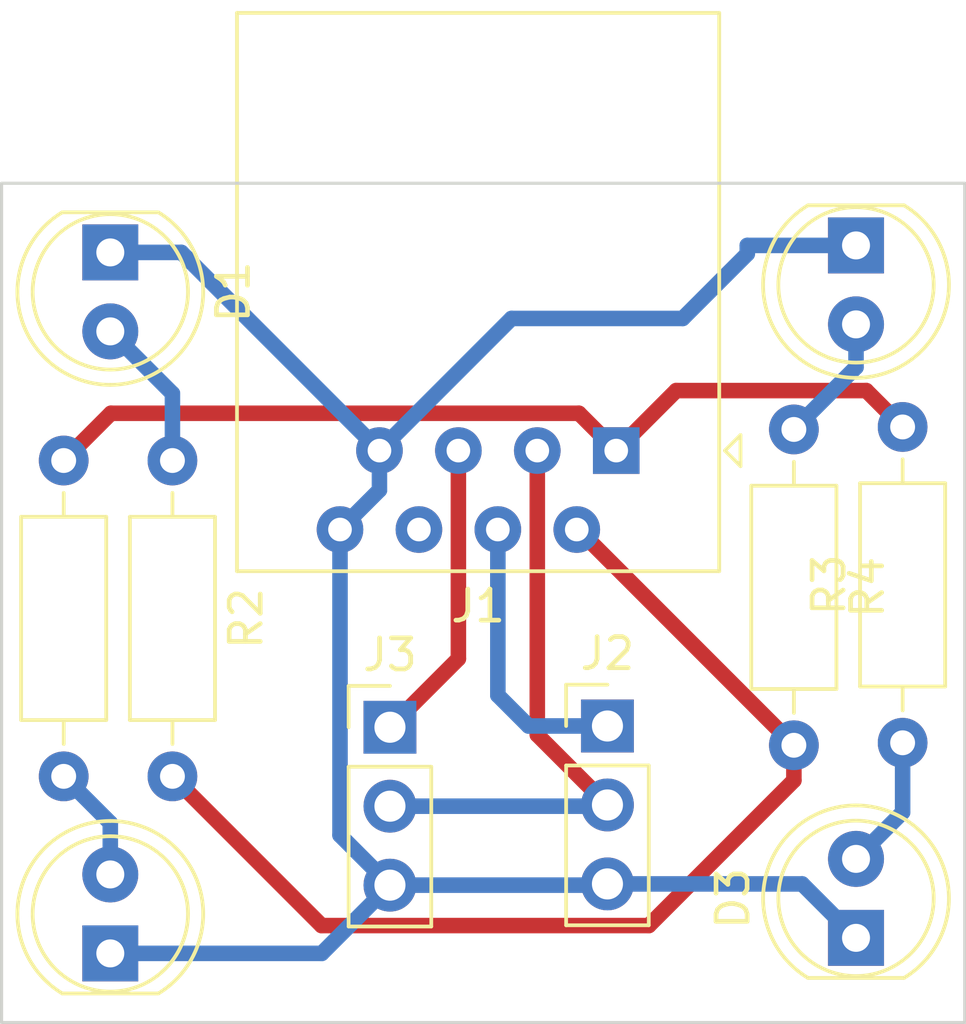
<source format=kicad_pcb>
(kicad_pcb (version 20221018) (generator pcbnew)
  (layers (0 "F.Cu" signal) (31 "B.Cu" signal) (34 "B.Paste" user) (35 "F.Paste" user) (36 "B.SilkS" user "B.Silkscreen") (37 "F.SilkS" user "F.Silkscreen") (38 "B.Mask" user) (39 "F.Mask" user) (44 "Edge.Cuts" user))
  (net 0 "")
  (net 1 "Net-(D1-K)")
  (net 2 "Net-(D1-A)")
  (net 3 "Net-(D2-A)")
  (net 4 "Net-(J1-Pad1)")
  (net 5 "Net-(J1-Pad2)")
  (net 6 "Net-(J2-Pin_2)")
  (net 7 "Net-(J2-Pin_1)")
  (net 8 "Net-(J3-Pin_1)")
  (net 10 "Net-(D3-A)")
  (net 11 "Net-(D4-A)")
  (footprint "LED_THT:LED_D5.0mm" (layer "F.Cu") (at 129 94.775 90)
    (fp_text reference "D2" hide)
    (fp_text value "LED")
    (fp_line (start -1.29 -1.545) (end -1.29 1.545) (stroke (width 0.12)) (layer "F.SilkS"))
    (fp_arc (start -1.29 -1.54483) (mid 2.072002 -2.880433) (end 4.26 0.000462) (stroke (width 0.12)) (layer "F.SilkS"))
    (fp_arc (start 4.26 -0.000462) (mid 2.072002 2.880433) (end -1.29 1.54483) (stroke (width 0.12)) (layer "F.SilkS"))
    (fp_circle (center 1.27 0) (end 3.77 0) (stroke (width 0.12)) (fill none) (layer "F.SilkS"))
    (pad "1" thru_hole rect (at 0 0 90) (size 1.8 1.8) (drill 0.9) (layers "*.Cu" "*.Mask") (net 1 "Net-(D1-K)"))
    (pad "2" thru_hole circle (at 2.54 0 90) (size 1.8 1.8) (drill 0.9) (layers "*.Cu" "*.Mask") (net 3 "Net-(D2-A)"))
  )
  (footprint "LED_THT:LED_D5.0mm" (layer "F.Cu") (at 129 72.225 -90)
    (fp_text reference "D1" (at 1.27 -3.96 90) (layer "F.SilkS"))
    (fp_text value "LED" hide)
    (fp_line (start -1.29 -1.545) (end -1.29 1.545) (stroke (width 0.12)) (layer "F.SilkS"))
    (fp_arc (start -1.29 -1.54483) (mid 2.072002 -2.880433) (end 4.26 0.000462) (stroke (width 0.12)) (layer "F.SilkS"))
    (fp_arc (start 4.26 -0.000462) (mid 2.072002 2.880433) (end -1.29 1.54483) (stroke (width 0.12)) (layer "F.SilkS"))
    (fp_circle (center 1.27 0) (end 3.77 0) (stroke (width 0.12)) (fill none) (layer "F.SilkS"))
    (pad "1" thru_hole rect (at 0 0 270) (size 1.8 1.8) (drill 0.9) (layers "*.Cu" "*.Mask") (net 1 "Net-(D1-K)"))
    (pad "2" thru_hole circle (at 2.54 0 270) (size 1.8 1.8) (drill 0.9) (layers "*.Cu" "*.Mask") (net 2 "Net-(D1-A)"))
  )
  (footprint "LED_THT:LED_D5.0mm" (layer "F.Cu") (at 153 72 -90)
    (fp_text reference "D4" hide)
    (fp_text value "LED")
    (fp_line (start -1.29 -1.545) (end -1.29 1.545) (stroke (width 0.12)) (layer "F.SilkS"))
    (fp_arc (start -1.29 -1.54483) (mid 2.072002 -2.880433) (end 4.26 0.000462) (stroke (width 0.12)) (layer "F.SilkS"))
    (fp_arc (start 4.26 -0.000462) (mid 2.072002 2.880433) (end -1.29 1.54483) (stroke (width 0.12)) (layer "F.SilkS"))
    (fp_circle (center 1.27 0) (end 3.77 0) (stroke (width 0.12)) (fill none) (layer "F.SilkS"))
    (pad "1" thru_hole rect (at 0 0 270) (size 1.8 1.8) (drill 0.9) (layers "*.Cu" "*.Mask") (net 1 "Net-(D1-K)"))
    (pad "2" thru_hole circle (at 2.54 0 270) (size 1.8 1.8) (drill 0.9) (layers "*.Cu" "*.Mask") (net 11 "Net-(D4-A)"))
  )
  (footprint "Connector_RJ:RJ45_Amphenol_54602-x08_Horizontal" (layer "F.Cu") (at 145.2825 78.6 180)
    (fp_text reference "J1" (at 4.445 -5) (layer "F.SilkS"))
    (fp_text value "RJ45")
    (fp_line (start -4 -0.5) (end -4 0.5) (stroke (width 0.12)) (layer "F.SilkS"))
    (fp_line (start -4 0.5) (end -3.5 0) (stroke (width 0.12)) (layer "F.SilkS"))
    (fp_line (start -3.5 0) (end -4 -0.5) (stroke (width 0.12)) (layer "F.SilkS"))
    (fp_line (start -3.315 -3.88) (end -3.315 14.08) (stroke (width 0.12)) (layer "F.SilkS"))
    (fp_line (start -3.315 14.08) (end 12.205 14.08) (stroke (width 0.12)) (layer "F.SilkS"))
    (fp_line (start 12.205 -3.88) (end -3.315 -3.88) (stroke (width 0.12)) (layer "F.SilkS"))
    (fp_line (start 12.205 -3.88) (end 12.205 14.08) (stroke (width 0.12)) (layer "F.SilkS"))
    (pad "" np_thru_hole circle (at -1.27 6.35 180) (size 3.2 3.2) (drill 3.2) (layers "*.Cu" "*.Mask"))
    (pad "" np_thru_hole circle (at 10.16 6.35 180) (size 3.2 3.2) (drill 3.2) (layers "*.Cu" "*.Mask"))
    (pad "1" thru_hole rect (at 0 0 180) (size 1.5 1.5) (drill 0.76) (layers "*.Cu" "*.Mask") (net 4 "Net-(J1-Pad1)"))
    (pad "2" thru_hole circle (at 1.27 -2.54 180) (size 1.5 1.5) (drill 0.76) (layers "*.Cu" "*.Mask") (net 5 "Net-(J1-Pad2)"))
    (pad "3" thru_hole circle (at 2.54 0 180) (size 1.5 1.5) (drill 0.76) (layers "*.Cu" "*.Mask") (net 6 "Net-(J2-Pin_2)"))
    (pad "4" thru_hole circle (at 3.81 -2.54 180) (size 1.5 1.5) (drill 0.76) (layers "*.Cu" "*.Mask") (net 7 "Net-(J2-Pin_1)"))
    (pad "5" thru_hole circle (at 5.08 0 180) (size 1.5 1.5) (drill 0.76) (layers "*.Cu" "*.Mask") (net 8 "Net-(J3-Pin_1)"))
    (pad "6" thru_hole circle (at 6.35 -2.54 180) (size 1.5 1.5) (drill 0.76) (layers "*.Cu" "*.Mask"))
    (pad "7" thru_hole circle (at 7.62 0 180) (size 1.5 1.5) (drill 0.76) (layers "*.Cu" "*.Mask") (net 1 "Net-(D1-K)"))
    (pad "8" thru_hole circle (at 8.89 -2.54 180) (size 1.5 1.5) (drill 0.76) (layers "*.Cu" "*.Mask") (net 1 "Net-(D1-K)"))
  )
  (footprint "Resistor_THT:R_Axial_DIN0207_L6.3mm_D2.5mm_P10.16mm_Horizontal" (layer "F.Cu") (at 127.5 89.08 90)
    (fp_text reference "R1" hide)
    (fp_text value "100")
    (fp_line (start 1.04 0) (end 1.81 0) (stroke (width 0.12)) (layer "F.SilkS"))
    (fp_line (start 1.81 -1.37) (end 1.81 1.37) (stroke (width 0.12)) (layer "F.SilkS"))
    (fp_line (start 1.81 1.37) (end 8.35 1.37) (stroke (width 0.12)) (layer "F.SilkS"))
    (fp_line (start 8.35 -1.37) (end 1.81 -1.37) (stroke (width 0.12)) (layer "F.SilkS"))
    (fp_line (start 8.35 1.37) (end 8.35 -1.37) (stroke (width 0.12)) (layer "F.SilkS"))
    (fp_line (start 9.12 0) (end 8.35 0) (stroke (width 0.12)) (layer "F.SilkS"))
    (pad "1" thru_hole circle (at 0 0 90) (size 1.6 1.6) (drill 0.8) (layers "*.Cu" "*.Mask") (net 3 "Net-(D2-A)"))
    (pad "2" thru_hole oval (at 10.16 0 90) (size 1.6 1.6) (drill 0.8) (layers "*.Cu" "*.Mask") (net 4 "Net-(J1-Pad1)"))
  )
  (footprint "Connector_PinHeader_2.54mm:PinHeader_1x03_P2.54mm_Vertical" (layer "F.Cu") (at 145 87.46)
    (fp_text reference "J2" (at 0 -2.33) (layer "F.SilkS"))
    (fp_text value "Conn_01x03_Pin")
    (fp_line (start -1.33 -1.33) (end 0 -1.33) (stroke (width 0.12)) (layer "F.SilkS"))
    (fp_line (start -1.33 0) (end -1.33 -1.33) (stroke (width 0.12)) (layer "F.SilkS"))
    (fp_line (start -1.33 1.27) (end -1.33 6.41) (stroke (width 0.12)) (layer "F.SilkS"))
    (fp_line (start -1.33 1.27) (end 1.33 1.27) (stroke (width 0.12)) (layer "F.SilkS"))
    (fp_line (start -1.33 6.41) (end 1.33 6.41) (stroke (width 0.12)) (layer "F.SilkS"))
    (fp_line (start 1.33 1.27) (end 1.33 6.41) (stroke (width 0.12)) (layer "F.SilkS"))
    (pad "1" thru_hole rect (at 0 0) (size 1.7 1.7) (drill 1) (layers "*.Cu" "*.Mask") (net 7 "Net-(J2-Pin_1)"))
    (pad "2" thru_hole oval (at 0 2.54) (size 1.7 1.7) (drill 1) (layers "*.Cu" "*.Mask") (net 6 "Net-(J2-Pin_2)"))
    (pad "3" thru_hole oval (at 0 5.08) (size 1.7 1.7) (drill 1) (layers "*.Cu" "*.Mask") (net 1 "Net-(D1-K)"))
  )
  (footprint "Connector_PinHeader_2.54mm:PinHeader_1x03_P2.54mm_Vertical" (layer "F.Cu") (at 138 87.5)
    (fp_text reference "J3" (at 0 -2.33) (layer "F.SilkS"))
    (fp_text value "Conn_01x03_Pin")
    (fp_line (start -1.33 -1.33) (end 0 -1.33) (stroke (width 0.12)) (layer "F.SilkS"))
    (fp_line (start -1.33 0) (end -1.33 -1.33) (stroke (width 0.12)) (layer "F.SilkS"))
    (fp_line (start -1.33 1.27) (end -1.33 6.41) (stroke (width 0.12)) (layer "F.SilkS"))
    (fp_line (start -1.33 1.27) (end 1.33 1.27) (stroke (width 0.12)) (layer "F.SilkS"))
    (fp_line (start -1.33 6.41) (end 1.33 6.41) (stroke (width 0.12)) (layer "F.SilkS"))
    (fp_line (start 1.33 1.27) (end 1.33 6.41) (stroke (width 0.12)) (layer "F.SilkS"))
    (pad "1" thru_hole rect (at 0 0) (size 1.7 1.7) (drill 1) (layers "*.Cu" "*.Mask") (net 8 "Net-(J3-Pin_1)"))
    (pad "2" thru_hole oval (at 0 2.54) (size 1.7 1.7) (drill 1) (layers "*.Cu" "*.Mask") (net 6 "Net-(J2-Pin_2)"))
    (pad "3" thru_hole oval (at 0 5.08) (size 1.7 1.7) (drill 1) (layers "*.Cu" "*.Mask") (net 1 "Net-(D1-K)"))
  )
  (footprint "Resistor_THT:R_Axial_DIN0207_L6.3mm_D2.5mm_P10.16mm_Horizontal" (layer "F.Cu") (at 154.5 88 90)
    (fp_text reference "R3" (at 5.08 -2.37 90) (layer "F.SilkS"))
    (fp_text value "100" hide)
    (fp_line (start 1.04 0) (end 1.81 0) (stroke (width 0.12)) (layer "F.SilkS"))
    (fp_line (start 1.81 -1.37) (end 1.81 1.37) (stroke (width 0.12)) (layer "F.SilkS"))
    (fp_line (start 1.81 1.37) (end 8.35 1.37) (stroke (width 0.12)) (layer "F.SilkS"))
    (fp_line (start 8.35 -1.37) (end 1.81 -1.37) (stroke (width 0.12)) (layer "F.SilkS"))
    (fp_line (start 8.35 1.37) (end 8.35 -1.37) (stroke (width 0.12)) (layer "F.SilkS"))
    (fp_line (start 9.12 0) (end 8.35 0) (stroke (width 0.12)) (layer "F.SilkS"))
    (pad "1" thru_hole circle (at 0 0 90) (size 1.6 1.6) (drill 0.8) (layers "*.Cu" "*.Mask") (net 10 "Net-(D3-A)"))
    (pad "2" thru_hole oval (at 10.16 0 90) (size 1.6 1.6) (drill 0.8) (layers "*.Cu" "*.Mask") (net 4 "Net-(J1-Pad1)"))
  )
  (footprint "Resistor_THT:R_Axial_DIN0207_L6.3mm_D2.5mm_P10.16mm_Horizontal" (layer "F.Cu") (at 151 77.92 -90)
    (fp_text reference "R4" (at 5.08 -2.37 90) (layer "F.SilkS"))
    (fp_text value "100")
    (fp_line (start 1.04 0) (end 1.81 0) (stroke (width 0.12)) (layer "F.SilkS"))
    (fp_line (start 1.81 -1.37) (end 1.81 1.37) (stroke (width 0.12)) (layer "F.SilkS"))
    (fp_line (start 1.81 1.37) (end 8.35 1.37) (stroke (width 0.12)) (layer "F.SilkS"))
    (fp_line (start 8.35 -1.37) (end 1.81 -1.37) (stroke (width 0.12)) (layer "F.SilkS"))
    (fp_line (start 8.35 1.37) (end 8.35 -1.37) (stroke (width 0.12)) (layer "F.SilkS"))
    (fp_line (start 9.12 0) (end 8.35 0) (stroke (width 0.12)) (layer "F.SilkS"))
    (pad "1" thru_hole circle (at 0 0 270) (size 1.6 1.6) (drill 0.8) (layers "*.Cu" "*.Mask") (net 11 "Net-(D4-A)"))
    (pad "2" thru_hole oval (at 10.16 0 270) (size 1.6 1.6) (drill 0.8) (layers "*.Cu" "*.Mask") (net 5 "Net-(J1-Pad2)"))
  )
  (footprint "Resistor_THT:R_Axial_DIN0207_L6.3mm_D2.5mm_P10.16mm_Horizontal" (layer "F.Cu") (at 131 78.92 -90)
    (fp_text reference "R2" (at 5.08 -2.37 90) (layer "F.SilkS"))
    (fp_text value "100")
    (fp_line (start 1.04 0) (end 1.81 0) (stroke (width 0.12)) (layer "F.SilkS"))
    (fp_line (start 1.81 -1.37) (end 1.81 1.37) (stroke (width 0.12)) (layer "F.SilkS"))
    (fp_line (start 1.81 1.37) (end 8.35 1.37) (stroke (width 0.12)) (layer "F.SilkS"))
    (fp_line (start 8.35 -1.37) (end 1.81 -1.37) (stroke (width 0.12)) (layer "F.SilkS"))
    (fp_line (start 8.35 1.37) (end 8.35 -1.37) (stroke (width 0.12)) (layer "F.SilkS"))
    (fp_line (start 9.12 0) (end 8.35 0) (stroke (width 0.12)) (layer "F.SilkS"))
    (pad "1" thru_hole circle (at 0 0 270) (size 1.6 1.6) (drill 0.8) (layers "*.Cu" "*.Mask") (net 2 "Net-(D1-A)"))
    (pad "2" thru_hole oval (at 10.16 0 270) (size 1.6 1.6) (drill 0.8) (layers "*.Cu" "*.Mask") (net 5 "Net-(J1-Pad2)"))
  )
  (footprint "LED_THT:LED_D5.0mm" (layer "F.Cu") (at 153 94.275 90)
    (fp_text reference "D3" (at 1.27 -3.96 90) (layer "F.SilkS"))
    (fp_text value "LED" hide)
    (fp_line (start -1.29 -1.545) (end -1.29 1.545) (stroke (width 0.12)) (layer "F.SilkS"))
    (fp_arc (start -1.29 -1.54483) (mid 2.072002 -2.880433) (end 4.26 0.000462) (stroke (width 0.12)) (layer "F.SilkS"))
    (fp_arc (start 4.26 -0.000462) (mid 2.072002 2.880433) (end -1.29 1.54483) (stroke (width 0.12)) (layer "F.SilkS"))
    (fp_circle (center 1.27 0) (end 3.77 0) (stroke (width 0.12)) (fill none) (layer "F.SilkS"))
    (pad "1" thru_hole rect (at 0 0 90) (size 1.8 1.8) (drill 0.9) (layers "*.Cu" "*.Mask") (net 1 "Net-(D1-K)"))
    (pad "2" thru_hole circle (at 2.54 0 90) (size 1.8 1.8) (drill 0.9) (layers "*.Cu" "*.Mask") (net 10 "Net-(D3-A)"))
  )
  (gr_rect (start 125.5 70) (end 156.5 97) (stroke (width 0.1)) (fill none) (layer "Edge.Cuts"))
  (segment (start 145 92.54) (end 151.265 92.54) (width 0.5) (layer "B.Cu") (net 1))
  (segment (start 138 92.58) (end 144.96 92.58) (width 0.5) (layer "B.Cu") (net 1))
  (segment (start 141.9125 74.35) (end 147.422348 74.35) (width 0.5) (layer "B.Cu") (net 1))
  (segment (start 129 94.775) (end 135.805 94.775) (width 0.5) (layer "B.Cu") (net 1))
  (segment (start 144.96 92.58) (end 145 92.54) (width 0.5) (layer "B.Cu") (net 1))
  (segment (start 137.6625 78.6) (end 137.6625 79.87) (width 0.5) (layer "B.Cu") (net 1))
  (segment (start 137.6625 79.87) (end 136.3925 81.14) (width 0.5) (layer "B.Cu") (net 1))
  (segment (start 136.3925 90.9725) (end 138 92.58) (width 0.5) (layer "B.Cu") (net 1))
  (segment (start 136.3925 81.14) (end 136.3925 90.9725) (width 0.5) (layer "B.Cu") (net 1))
  (segment (start 129 72.225) (end 131.2875 72.225) (width 0.5) (layer "B.Cu") (net 1))
  (segment (start 149.5 72.272348) (end 149.5 72) (width 0.5) (layer "B.Cu") (net 1))
  (segment (start 151.265 92.54) (end 153 94.275) (width 0.5) (layer "B.Cu") (net 1))
  (segment (start 137.6625 78.6) (end 141.9125 74.35) (width 0.5) (layer "B.Cu") (net 1))
  (segment (start 149.5 72) (end 153 72) (width 0.5) (layer "B.Cu") (net 1))
  (segment (start 131.2875 72.225) (end 137.6625 78.6) (width 0.5) (layer "B.Cu") (net 1))
  (segment (start 135.805 94.775) (end 138 92.58) (width 0.5) (layer "B.Cu") (net 1))
  (segment (start 147.422348 74.35) (end 149.5 72.272348) (width 0.5) (layer "B.Cu") (net 1))
  (segment (start 131 78.92) (end 131 76.765) (width 0.5) (layer "B.Cu") (net 2))
  (segment (start 131 76.765) (end 129 74.765) (width 0.5) (layer "B.Cu") (net 2))
  (segment (start 129 90.58) (end 127.5 89.08) (width 0.5) (layer "B.Cu") (net 3))
  (segment (start 129 92.235) (end 129 90.58) (width 0.5) (layer "B.Cu") (net 3))
  (segment (start 144.0825 77.4) (end 145.2825 78.6) (width 0.5) (layer "F.Cu") (net 4))
  (segment (start 129.02 77.4) (end 144.0825 77.4) (width 0.5) (layer "F.Cu") (net 4))
  (segment (start 127.5 78.92) (end 129.02 77.4) (width 0.5) (layer "F.Cu") (net 4))
  (segment (start 154.5 77.84) (end 153.33 76.67) (width 0.5) (layer "F.Cu") (net 4))
  (segment (start 153.33 76.67) (end 147.2125 76.67) (width 0.5) (layer "F.Cu") (net 4))
  (segment (start 147.2125 76.67) (end 145.2825 78.6) (width 0.5) (layer "F.Cu") (net 4))
  (segment (start 144.06 81.14) (end 144.0125 81.14) (width 0.5) (layer "F.Cu") (net 5))
  (segment (start 151 89.21137) (end 151 88.08) (width 0.5) (layer "F.Cu") (net 5))
  (segment (start 131 89.08) (end 135.8 93.88) (width 0.5) (layer "F.Cu") (net 5))
  (segment (start 151 88.08) (end 144.06 81.14) (width 0.5) (layer "F.Cu") (net 5))
  (segment (start 135.8 93.88) (end 146.33137 93.88) (width 0.5) (layer "F.Cu") (net 5))
  (segment (start 146.33137 93.88) (end 151 89.21137) (width 0.5) (layer "F.Cu") (net 5))
  (segment (start 142.7425 87.7425) (end 145 90) (width 0.5) (layer "F.Cu") (net 6))
  (segment (start 142.7425 78.6) (end 142.7425 87.7425) (width 0.5) (layer "F.Cu") (net 6))
  (segment (start 138 90.04) (end 144.96 90.04) (width 0.5) (layer "B.Cu") (net 6))
  (segment (start 144.96 90.04) (end 145 90) (width 0.5) (layer "B.Cu") (net 6))
  (segment (start 145 87.46) (end 142.46 87.46) (width 0.5) (layer "B.Cu") (net 7))
  (segment (start 141.4725 86.4725) (end 141.4725 81.14) (width 0.5) (layer "B.Cu") (net 7))
  (segment (start 142.46 87.46) (end 141.4725 86.4725) (width 0.5) (layer "B.Cu") (net 7))
  (segment (start 138 87.5) (end 140.2025 85.2975) (width 0.5) (layer "F.Cu") (net 8))
  (segment (start 140.2025 85.2975) (end 140.2025 78.6) (width 0.5) (layer "F.Cu") (net 8))
  (segment (start 154.5 88) (end 154.5 90.235) (width 0.5) (layer "B.Cu") (net 10))
  (segment (start 154.5 90.235) (end 153 91.735) (width 0.5) (layer "B.Cu") (net 10))
  (segment (start 153 75.92) (end 151 77.92) (width 0.5) (layer "B.Cu") (net 11))
  (segment (start 153 74.54) (end 153 75.92) (width 0.5) (layer "B.Cu") (net 11))
)
</source>
